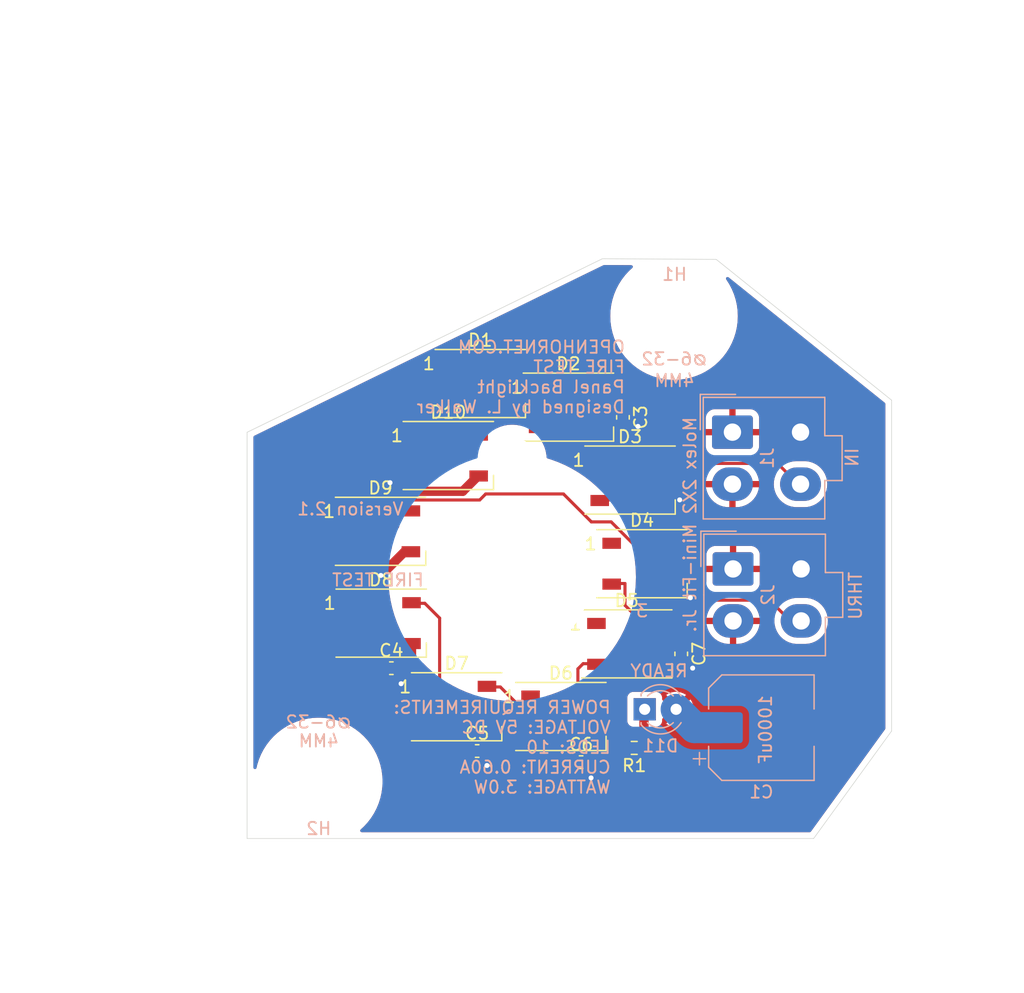
<source format=kicad_pcb>
(kicad_pcb (version 20211014) (generator pcbnew)
  (layers (0 "F.Cu" signal) (31 "B.Cu" signal) (34 "B.Paste" user) (35 "F.Paste" user) (36 "B.SilkS" user "B.Silkscreen") (37 "F.SilkS" user "F.Silkscreen") (38 "B.Mask" user) (39 "F.Mask" user) (44 "Edge.Cuts" user))
  (net 0 "")
  (net 1 "Net-(D1-Pad2)")
  (net 2 "Net-(D2-Pad2)")
  (net 3 "Net-(D3-Pad2)")
  (net 4 "Net-(D4-Pad2)")
  (net 5 "Net-(D5-Pad2)")
  (net 6 "Net-(D6-Pad2)")
  (net 7 "Net-(D7-Pad2)")
  (net 8 "Net-(D8-Pad2)")
  (net 9 "Net-(D10-Pad4)")
  (net 10 "/LEDGND")
  (net 11 "/LED+5V")
  (net 12 "Net-(D11-Pad1)")
  (net 13 "/DATAIN")
  (net 14 "/DATAOUT")
  (footprint "OH_Footprints:LED_WS2812B_PLCC4_5.0x5.0mm_P3.2mm" (layer "F.Cu") (at 131.967 85.5216)
    (fp_text reference "D1" (at 0 -3.5) (layer "F.SilkS"))
    (fp_text value "WS2812B")
    (fp_text user "1" (at -4.15 -1.6) (layer "F.SilkS"))
    (fp_line (start -3.65 2.75) (end 3.65 2.75) (layer "F.SilkS") (width 0.12))
    (fp_line (start 3.65 2.75) (end 3.65 1.6) (layer "F.SilkS") (width 0.12))
    (fp_line (start -3.65 -2.75) (end 3.65 -2.75) (layer "F.SilkS") (width 0.12))
    (pad "1" smd rect (at -2.45 -1.65) (size 1.5 0.9) (layers "F.Cu" "F.Paste" "F.Mask") (net 11 "/LED+5V"))
    (pad "2" smd rect (at -2.45 1.65) (size 1.5 0.9) (layers "F.Cu" "F.Paste" "F.Mask") (net 1 "Net-(D1-Pad2)"))
    (pad "3" smd rect (at 2.45 1.65) (size 1.5 0.9) (layers "F.Cu" "F.Paste" "F.Mask") (net 10 "/LEDGND"))
    (pad "4" smd rect (at 2.45 -1.65) (size 1.5 0.9) (layers "F.Cu" "F.Paste" "F.Mask") (net 13 "/DATAIN"))
  )
  (footprint "OH_Footprints:LED_WS2812B_PLCC4_5.0x5.0mm_P3.2mm" (layer "F.Cu") (at 139.09 87.4268)
    (fp_text reference "D2" (at 0 -3.5) (layer "F.SilkS"))
    (fp_text value "WS2812B")
    (fp_text user "1" (at -4.15 -1.6) (layer "F.SilkS"))
    (fp_line (start 3.65 2.75) (end 3.65 1.6) (layer "F.SilkS") (width 0.12))
    (fp_line (start -3.65 -2.75) (end 3.65 -2.75) (layer "F.SilkS") (width 0.12))
    (fp_line (start -3.65 2.75) (end 3.65 2.75) (layer "F.SilkS") (width 0.12))
    (pad "1" smd rect (at -2.45 -1.65) (size 1.5 0.9) (layers "F.Cu" "F.Paste" "F.Mask") (net 11 "/LED+5V"))
    (pad "2" smd rect (at -2.45 1.65) (size 1.5 0.9) (layers "F.Cu" "F.Paste" "F.Mask") (net 2 "Net-(D2-Pad2)"))
    (pad "3" smd rect (at 2.45 1.65) (size 1.5 0.9) (layers "F.Cu" "F.Paste" "F.Mask") (net 10 "/LEDGND"))
    (pad "4" smd rect (at 2.45 -1.65) (size 1.5 0.9) (layers "F.Cu" "F.Paste" "F.Mask") (net 1 "Net-(D1-Pad2)"))
  )
  (footprint "OH_Footprints:LED_WS2812B_PLCC4_5.0x5.0mm_P3.2mm" (layer "F.Cu") (at 144.069 93.3196)
    (fp_text reference "D3" (at 0 -3.5) (layer "F.SilkS"))
    (fp_text value "WS2812B")
    (fp_text user "1" (at -4.15 -1.6) (layer "F.SilkS"))
    (fp_line (start -3.65 2.75) (end 3.65 2.75) (layer "F.SilkS") (width 0.12))
    (fp_line (start 3.65 2.75) (end 3.65 1.6) (layer "F.SilkS") (width 0.12))
    (fp_line (start -3.65 -2.75) (end 3.65 -2.75) (layer "F.SilkS") (width 0.12))
    (pad "1" smd rect (at -2.45 -1.65) (size 1.5 0.9) (layers "F.Cu" "F.Paste" "F.Mask") (net 11 "/LED+5V"))
    (pad "2" smd rect (at -2.45 1.65) (size 1.5 0.9) (layers "F.Cu" "F.Paste" "F.Mask") (net 3 "Net-(D3-Pad2)"))
    (pad "3" smd rect (at 2.45 1.65) (size 1.5 0.9) (layers "F.Cu" "F.Paste" "F.Mask") (net 10 "/LEDGND"))
    (pad "4" smd rect (at 2.45 -1.65) (size 1.5 0.9) (layers "F.Cu" "F.Paste" "F.Mask") (net 2 "Net-(D2-Pad2)"))
  )
  (footprint "OH_Footprints:LED_WS2812B_PLCC4_5.0x5.0mm_P3.2mm" (layer "F.Cu") (at 145.034 100.076)
    (fp_text reference "D4" (at 0 -3.5) (layer "F.SilkS"))
    (fp_text value "WS2812B")
    (fp_text user "1" (at -4.15 -1.6) (layer "F.SilkS"))
    (fp_line (start -3.65 2.75) (end 3.65 2.75) (layer "F.SilkS") (width 0.12))
    (fp_line (start 3.65 2.75) (end 3.65 1.6) (layer "F.SilkS") (width 0.12))
    (fp_line (start -3.65 -2.75) (end 3.65 -2.75) (layer "F.SilkS") (width 0.12))
    (pad "1" smd rect (at -2.45 -1.65) (size 1.5 0.9) (layers "F.Cu" "F.Paste" "F.Mask") (net 11 "/LED+5V"))
    (pad "2" smd rect (at -2.45 1.65) (size 1.5 0.9) (layers "F.Cu" "F.Paste" "F.Mask") (net 4 "Net-(D4-Pad2)"))
    (pad "3" smd rect (at 2.45 1.65) (size 1.5 0.9) (layers "F.Cu" "F.Paste" "F.Mask") (net 10 "/LEDGND"))
    (pad "4" smd rect (at 2.45 -1.65) (size 1.5 0.9) (layers "F.Cu" "F.Paste" "F.Mask") (net 3 "Net-(D3-Pad2)"))
  )
  (footprint "OH_Footprints:LED_WS2812B_PLCC4_5.0x5.0mm_P3.2mm" (layer "F.Cu") (at 143.803 106.553)
    (fp_text reference "D5" (at 0 -3.5) (layer "F.SilkS"))
    (fp_text value "WS2812B")
    (fp_text user "1" (at -4.15 -1.6) (layer "F.SilkS"))
    (fp_line (start 3.65 2.75) (end 3.65 1.6) (layer "F.SilkS") (width 0.12))
    (fp_line (start -3.65 2.75) (end 3.65 2.75) (layer "F.SilkS") (width 0.12))
    (fp_line (start -3.65 -2.75) (end 3.65 -2.75) (layer "F.SilkS") (width 0.12))
    (pad "1" smd rect (at -2.45 -1.65) (size 1.5 0.9) (layers "F.Cu" "F.Paste" "F.Mask") (net 11 "/LED+5V"))
    (pad "2" smd rect (at -2.45 1.65) (size 1.5 0.9) (layers "F.Cu" "F.Paste" "F.Mask") (net 5 "Net-(D5-Pad2)"))
    (pad "3" smd rect (at 2.45 1.65) (size 1.5 0.9) (layers "F.Cu" "F.Paste" "F.Mask") (net 10 "/LEDGND"))
    (pad "4" smd rect (at 2.45 -1.65) (size 1.5 0.9) (layers "F.Cu" "F.Paste" "F.Mask") (net 4 "Net-(D4-Pad2)"))
  )
  (footprint "OH_Footprints:LED_WS2812B_PLCC4_5.0x5.0mm_P3.2mm" (layer "F.Cu") (at 138.481 112.42)
    (fp_text reference "D6" (at 0 -3.5) (layer "F.SilkS"))
    (fp_text value "WS2812B")
    (fp_text user "1" (at -4.15 -1.6) (layer "F.SilkS"))
    (fp_line (start -3.65 2.75) (end 3.65 2.75) (layer "F.SilkS") (width 0.12))
    (fp_line (start 3.65 2.75) (end 3.65 1.6) (layer "F.SilkS") (width 0.12))
    (fp_line (start -3.65 -2.75) (end 3.65 -2.75) (layer "F.SilkS") (width 0.12))
    (pad "1" smd rect (at -2.45 -1.65) (size 1.5 0.9) (layers "F.Cu" "F.Paste" "F.Mask") (net 11 "/LED+5V"))
    (pad "2" smd rect (at -2.45 1.65) (size 1.5 0.9) (layers "F.Cu" "F.Paste" "F.Mask") (net 6 "Net-(D6-Pad2)"))
    (pad "3" smd rect (at 2.45 1.65) (size 1.5 0.9) (layers "F.Cu" "F.Paste" "F.Mask") (net 10 "/LEDGND"))
    (pad "4" smd rect (at 2.45 -1.65) (size 1.5 0.9) (layers "F.Cu" "F.Paste" "F.Mask") (net 5 "Net-(D5-Pad2)"))
  )
  (footprint "OH_Footprints:LED_WS2812B_PLCC4_5.0x5.0mm_P3.2mm" (layer "F.Cu") (at 130.06 111.633)
    (fp_text reference "D7" (at 0 -3.5) (layer "F.SilkS"))
    (fp_text value "WS2812B")
    (fp_text user "1" (at -4.15 -1.6) (layer "F.SilkS"))
    (fp_line (start -3.65 -2.75) (end 3.65 -2.75) (layer "F.SilkS") (width 0.12))
    (fp_line (start -3.65 2.75) (end 3.65 2.75) (layer "F.SilkS") (width 0.12))
    (fp_line (start 3.65 2.75) (end 3.65 1.6) (layer "F.SilkS") (width 0.12))
    (pad "1" smd rect (at -2.45 -1.65) (size 1.5 0.9) (layers "F.Cu" "F.Paste" "F.Mask") (net 11 "/LED+5V"))
    (pad "2" smd rect (at -2.45 1.65) (size 1.5 0.9) (layers "F.Cu" "F.Paste" "F.Mask") (net 7 "Net-(D7-Pad2)"))
    (pad "3" smd rect (at 2.45 1.65) (size 1.5 0.9) (layers "F.Cu" "F.Paste" "F.Mask") (net 10 "/LEDGND"))
    (pad "4" smd rect (at 2.45 -1.65) (size 1.5 0.9) (layers "F.Cu" "F.Paste" "F.Mask") (net 6 "Net-(D6-Pad2)"))
  )
  (footprint "OH_Footprints:LED_WS2812B_PLCC4_5.0x5.0mm_P3.2mm" (layer "F.Cu") (at 123.964 104.876)
    (fp_text reference "D8" (at 0 -3.5) (layer "F.SilkS"))
    (fp_text value "WS2812B")
    (fp_text user "1" (at -4.15 -1.6) (layer "F.SilkS"))
    (fp_line (start -3.65 2.75) (end 3.65 2.75) (layer "F.SilkS") (width 0.12))
    (fp_line (start 3.65 2.75) (end 3.65 1.6) (layer "F.SilkS") (width 0.12))
    (fp_line (start -3.65 -2.75) (end 3.65 -2.75) (layer "F.SilkS") (width 0.12))
    (pad "1" smd rect (at -2.45 -1.65) (size 1.5 0.9) (layers "F.Cu" "F.Paste" "F.Mask") (net 11 "/LED+5V"))
    (pad "2" smd rect (at -2.45 1.65) (size 1.5 0.9) (layers "F.Cu" "F.Paste" "F.Mask") (net 8 "Net-(D8-Pad2)"))
    (pad "3" smd rect (at 2.45 1.65) (size 1.5 0.9) (layers "F.Cu" "F.Paste" "F.Mask") (net 10 "/LEDGND"))
    (pad "4" smd rect (at 2.45 -1.65) (size 1.5 0.9) (layers "F.Cu" "F.Paste" "F.Mask") (net 7 "Net-(D7-Pad2)"))
  )
  (footprint "OH_Footprints:LED_WS2812B_PLCC4_5.0x5.0mm_P3.2mm" (layer "F.Cu") (at 123.913 97.4596)
    (fp_text reference "D9" (at 0 -3.5) (layer "F.SilkS"))
    (fp_text value "WS2812B")
    (fp_text user "1" (at -4.15 -1.6) (layer "F.SilkS"))
    (fp_line (start 3.65 2.75) (end 3.65 1.6) (layer "F.SilkS") (width 0.12))
    (fp_line (start -3.65 -2.75) (end 3.65 -2.75) (layer "F.SilkS") (width 0.12))
    (fp_line (start -3.65 2.75) (end 3.65 2.75) (layer "F.SilkS") (width 0.12))
    (pad "1" smd rect (at -2.45 -1.65) (size 1.5 0.9) (layers "F.Cu" "F.Paste" "F.Mask") (net 11 "/LED+5V"))
    (pad "2" smd rect (at -2.45 1.65) (size 1.5 0.9) (layers "F.Cu" "F.Paste" "F.Mask") (net 9 "Net-(D10-Pad4)"))
    (pad "3" smd rect (at 2.45 1.65) (size 1.5 0.9) (layers "F.Cu" "F.Paste" "F.Mask") (net 10 "/LEDGND"))
    (pad "4" smd rect (at 2.45 -1.65) (size 1.5 0.9) (layers "F.Cu" "F.Paste" "F.Mask") (net 8 "Net-(D8-Pad2)"))
  )
  (footprint "OH_Footprints:LED_WS2812B_PLCC4_5.0x5.0mm_P3.2mm" (layer "F.Cu") (at 129.388 91.3384)
    (fp_text reference "D10" (at 0 -3.5) (layer "F.SilkS"))
    (fp_text value "WS2812B")
    (fp_text user "1" (at -4.15 -1.6) (layer "F.SilkS"))
    (fp_line (start 3.65 2.75) (end 3.65 1.6) (layer "F.SilkS") (width 0.12))
    (fp_line (start -3.65 -2.75) (end 3.65 -2.75) (layer "F.SilkS") (width 0.12))
    (fp_line (start -3.65 2.75) (end 3.65 2.75) (layer "F.SilkS") (width 0.12))
    (pad "1" smd rect (at -2.45 -1.65) (size 1.5 0.9) (layers "F.Cu" "F.Paste" "F.Mask") (net 11 "/LED+5V"))
    (pad "2" smd rect (at -2.45 1.65) (size 1.5 0.9) (layers "F.Cu" "F.Paste" "F.Mask") (net 14 "/DATAOUT"))
    (pad "3" smd rect (at 2.45 1.65) (size 1.5 0.9) (layers "F.Cu" "F.Paste" "F.Mask") (net 10 "/LEDGND"))
    (pad "4" smd rect (at 2.45 -1.65) (size 1.5 0.9) (layers "F.Cu" "F.Paste" "F.Mask") (net 9 "Net-(D10-Pad4)"))
  )
  (footprint "OH_Footprints:C_0603_1608Metric" (layer "F.Cu") (at 143.495 88.2522 -90)
    (fp_text reference "C3" (at 0 -1.43 -90) (layer "F.SilkS"))
    (fp_text value "C")
    (fp_line (start -0.14058 0.51) (end 0.14058 0.51) (layer "F.SilkS") (width 0.12))
    (fp_line (start -0.14058 -0.51) (end 0.14058 -0.51) (layer "F.SilkS") (width 0.12))
    (pad "1" smd roundrect (at -0.775 0 270) (size 0.9 0.95) (layers "F.Cu" "F.Paste" "F.Mask") (net 11 "/LED+5V"))
    (pad "2" smd roundrect (at 0.775 0 270) (size 0.9 0.95) (layers "F.Cu" "F.Paste" "F.Mask") (net 10 "/LEDGND"))
  )
  (footprint "OH_Footprints:C_0603_1608Metric" (layer "F.Cu") (at 124.785 108.519)
    (fp_text reference "C4" (at 0 -1.43) (layer "F.SilkS"))
    (fp_text value "C")
    (fp_line (start -0.14058 0.51) (end 0.14058 0.51) (layer "F.SilkS") (width 0.12))
    (fp_line (start -0.14058 -0.51) (end 0.14058 -0.51) (layer "F.SilkS") (width 0.12))
    (pad "1" smd roundrect (at -0.775 0) (size 0.9 0.95) (layers "F.Cu" "F.Paste" "F.Mask") (net 11 "/LED+5V"))
    (pad "2" smd roundrect (at 0.775 0) (size 0.9 0.95) (layers "F.Cu" "F.Paste" "F.Mask") (net 10 "/LEDGND"))
  )
  (footprint "OH_Footprints:C_0603_1608Metric" (layer "F.Cu") (at 131.717 115.209)
    (fp_text reference "C5" (at 0 -1.43) (layer "F.SilkS"))
    (fp_text value "C")
    (fp_line (start -0.14058 0.51) (end 0.14058 0.51) (layer "F.SilkS") (width 0.12))
    (fp_line (start -0.14058 -0.51) (end 0.14058 -0.51) (layer "F.SilkS") (width 0.12))
    (pad "1" smd roundrect (at -0.775 0) (size 0.9 0.95) (layers "F.Cu" "F.Paste" "F.Mask") (net 11 "/LED+5V"))
    (pad "2" smd roundrect (at 0.775 0) (size 0.9 0.95) (layers "F.Cu" "F.Paste" "F.Mask") (net 10 "/LEDGND"))
  )
  (footprint "OH_Footprints:C_0603_1608Metric" (layer "F.Cu") (at 140.114 116.108)
    (fp_text reference "C6" (at 0 -1.43) (layer "F.SilkS"))
    (fp_text value "C")
    (fp_line (start -0.14058 -0.51) (end 0.14058 -0.51) (layer "F.SilkS") (width 0.12))
    (fp_line (start -0.14058 0.51) (end 0.14058 0.51) (layer "F.SilkS") (width 0.12))
    (pad "1" smd roundrect (at -0.775 0) (size 0.9 0.95) (layers "F.Cu" "F.Paste" "F.Mask") (net 11 "/LED+5V"))
    (pad "2" smd roundrect (at 0.775 0) (size 0.9 0.95) (layers "F.Cu" "F.Paste" "F.Mask") (net 10 "/LEDGND"))
  )
  (footprint "OH_Footprints:C_0603_1608Metric" (layer "F.Cu") (at 148.204 107.361 -90)
    (fp_text reference "C7" (at 0 -1.43 -90) (layer "F.SilkS"))
    (fp_text value "C")
    (fp_line (start -0.14058 0.51) (end 0.14058 0.51) (layer "F.SilkS") (width 0.12))
    (fp_line (start -0.14058 -0.51) (end 0.14058 -0.51) (layer "F.SilkS") (width 0.12))
    (pad "1" smd roundrect (at -0.775 0 270) (size 0.9 0.95) (layers "F.Cu" "F.Paste" "F.Mask") (net 11 "/LED+5V"))
    (pad "2" smd roundrect (at 0.775 0 270) (size 0.9 0.95) (layers "F.Cu" "F.Paste" "F.Mask") (net 10 "/LEDGND"))
  )
  (footprint "OH_Footprints:R_0603_1608Metric" (layer "F.Cu") (at 144.407 114.958 180)
    (fp_text reference "R1" (at 0 -1.43 180) (layer "F.SilkS"))
    (fp_text value "R")
    (fp_line (start -0.237258 -0.5225) (end 0.237258 -0.5225) (layer "F.SilkS") (width 0.12))
    (fp_line (start -0.237258 0.5225) (end 0.237258 0.5225) (layer "F.SilkS") (width 0.12))
    (pad "1" smd roundrect (at -0.825 0 180) (size 0.8 0.95) (layers "F.Cu" "F.Paste" "F.Mask") (net 12 "Net-(D11-Pad1)"))
    (pad "2" smd roundrect (at 0.825 0 180) (size 0.8 0.95) (layers "F.Cu" "F.Paste" "F.Mask") (net 10 "/LEDGND"))
  )
  (footprint "OH_Backlighting:100SPX_Toggle_13mm_x_18mm" (layer "F.Cu") (at 134.542711 101.156493 180)
    (fp_text reference "1" hide)
    (fp_text value "100SPX_Toggle_13mm_x_18mm" hide)
    (pad "" np_thru_hole circle locked (at 0 0 180) (size 12.7 12.7) (drill 12.7) (layers *.Mask "F.Cu") (clearance 1))
    (pad "" np_thru_hole circle locked (at 0 9.525 180) (size 3.572 3.572) (drill 3.572) (layers *.Cu *.Mask) (clearance 1))
    (pad "" np_thru_hole circle locked (at 0 0 180) (size 12.7 12.7) (drill 12.7) (layers *.Mask "B.Cu") (clearance 3.65))
  )
  (footprint "OH_Backlighting:OH_Panel_6-32_PHS" (layer "F.Cu") (at 147.623711 80.074493)
    (fp_text reference "2" hide)
    (fp_text value "OH_Panel_Fastner_Keepout" hide)
    (fp_text user "⌀6-32" (at 0.039189 3.461027) (layer "B.SilkS") (effects (justify mirror)))
    (fp_text user "H1" (at 0.039189 -3.371573) (layer "B.SilkS") (effects (justify mirror)))
    (fp_text user "4MM" (at 0.039189 5.211087 180) (layer "B.SilkS") (effects (justify mirror)))
    (pad "" np_thru_hole circle locked (at 0 0) (size 4.3 4.3) (drill 4.3) (layers *.Cu *.Mask) (clearance 3))
  )
  (footprint "OH_Backlighting:OH_Panel_6-32_PHS" (layer "F.Cu") (at 118.921711 117.666493)
    (fp_text reference "3" hide)
    (fp_text value "OH_Panel_Fastner_Keepout" hide)
    (fp_text user "H2" (at 0 3.81) (layer "B.SilkS") (effects (justify mirror)))
    (fp_text user "⌀6-32" (at 0 -4.8) (layer "B.SilkS") (effects (justify mirror)))
    (fp_text user "4MM" (at 0 -3.275 180) (layer "B.SilkS") (effects (justify mirror)))
    (pad "" np_thru_hole circle locked (at 0 0) (size 4.3 4.3) (drill 4.3) (layers *.Cu *.Mask) (clearance 3))
  )
  (footprint "OH_Footprints:CP_Elec_8x10" (layer "B.Cu") (at 154.677 113.322)
    (fp_text reference "C1" (at 0 5.2 180) (layer "B.SilkS") (effects (justify mirror)))
    (fp_text value "C_Polarized")
    (fp_line (start -5 3.01) (end -5 2.01) (layer "B.SilkS") (width 0.12))
    (fp_line (start -4.26 3.195563) (end -3.195563 4.26) (layer "B.SilkS") (width 0.12))
    (fp_line (start 4.26 -4.26) (end 4.26 -1.51) (layer "B.SilkS") (width 0.12))
    (fp_line (start -5.5 2.51) (end -4.5 2.51) (layer "B.SilkS") (width 0.12))
    (fp_line (start -4.26 -3.195563) (end -3.195563 -4.26) (layer "B.SilkS") (width 0.12))
    (fp_line (start 4.26 4.26) (end 4.26 1.51) (layer "B.SilkS") (width 0.12))
    (fp_line (start -3.195563 4.26) (end 4.26 4.26) (layer "B.SilkS") (width 0.12))
    (fp_line (start -4.26 3.195563) (end -4.26 1.51) (layer "B.SilkS") (width 0.12))
    (fp_line (start -4.26 -3.195563) (end -4.26 -1.51) (layer "B.SilkS") (width 0.12))
    (fp_line (start -3.195563 -4.26) (end 4.26 -4.26) (layer "B.SilkS") (width 0.12))
    (pad "1" smd roundrect (at -3.25 0) (size 3.5 2.5) (layers "B.Cu" "B.Paste" "B.Mask") (roundrect_rratio 0.1) (net 11 "/LED+5V"))
    (pad "2" smd roundrect (at 3.25 0) (size 3.5 2.5) (layers "B.Cu" "B.Paste" "B.Mask") (roundrect_rratio 0.1) (net 10 "/LEDGND"))
  )
  (footprint "OH_Footprints:Molex_Mini-Fit_Jr_5566-04A_2x02_P4.20mm_Vertical" (layer "B.Cu") (at 152.341 89.4486 -90)
    (fp_text reference "J1" (at 2.1 -2.820624 90) (layer "B.SilkS") (effects (justify mirror)))
    (fp_text value "Conn_01x04_Female")
    (fp_line (start 7.01 2.36) (end 7.01 -7.46) (layer "B.SilkS") (width 0.12))
    (fp_line (start 2.1 2.36) (end 7.01 2.36) (layer "B.SilkS") (width 0.12))
    (fp_line (start -3.05 2.6) (end -3.05 -0.25) (layer "B.SilkS") (width 0.12))
    (fp_line (start 3.91 -8.86) (end 2.1 -8.86) (layer "B.SilkS") (width 0.12))
    (fp_line (start -2.81 -7.46) (end 0.29 -7.46) (layer "B.SilkS") (width 0.12))
    (fp_line (start 7.01 -7.46) (end 3.91 -7.46) (layer "B.SilkS") (width 0.12))
    (fp_line (start -0.2 2.6) (end -3.05 2.6) (layer "B.SilkS") (width 0.12))
    (fp_line (start 0.29 -8.86) (end 2.1 -8.86) (layer "B.SilkS") (width 0.12))
    (fp_line (start -2.81 2.36) (end -2.81 -7.46) (layer "B.SilkS") (width 0.12))
    (fp_line (start 0.29 -7.46) (end 0.29 -8.86) (layer "B.SilkS") (width 0.12))
    (fp_line (start 3.91 -7.46) (end 3.91 -8.86) (layer "B.SilkS") (width 0.12))
    (fp_line (start 2.1 2.36) (end -2.81 2.36) (layer "B.SilkS") (width 0.12))
    (pad "1" thru_hole roundrect (at 0 0 270) (size 2.7 3.3) (drill 1.4) (layers *.Cu *.Mask) (roundrect_rratio 0.09259296296) (net 11 "/LED+5V"))
    (pad "2" thru_hole oval (at 4.2 0 270) (size 2.7 3.3) (drill 1.4) (layers *.Cu *.Mask) (net 11 "/LED+5V"))
    (pad "3" thru_hole oval (at 0 -5.5 270) (size 2.7 3.3) (drill 1.4) (layers *.Cu *.Mask) (net 10 "/LEDGND"))
    (pad "4" thru_hole oval (at 4.2 -5.5 270) (size 2.7 3.3) (drill 1.4) (layers *.Cu *.Mask) (net 13 "/DATAIN"))
  )
  (footprint "OH_Footprints:Molex_Mini-Fit_Jr_5566-04A_2x02_P4.20mm_Vertical" (layer "B.Cu") (at 152.391 100.498 -90)
    (fp_text reference "J2" (at 2.1 -2.820624 90) (layer "B.SilkS") (effects (justify mirror)))
    (fp_text value "Conn_01x04_Female")
    (fp_line (start -3.05 2.6) (end -3.05 -0.25) (layer "B.SilkS") (width 0.12))
    (fp_line (start 0.29 -7.46) (end 0.29 -8.86) (layer "B.SilkS") (width 0.12))
    (fp_line (start -2.81 2.36) (end -2.81 -7.46) (layer "B.SilkS") (width 0.12))
    (fp_line (start 3.91 -7.46) (end 3.91 -8.86) (layer "B.SilkS") (width 0.12))
    (fp_line (start 3.91 -8.86) (end 2.1 -8.86) (layer "B.SilkS") (width 0.12))
    (fp_line (start 7.01 -7.46) (end 3.91 -7.46) (layer "B.SilkS") (width 0.12))
    (fp_line (start -2.81 -7.46) (end 0.29 -7.46) (layer "B.SilkS") (width 0.12))
    (fp_line (start 2.1 2.36) (end 7.01 2.36) (layer "B.SilkS") (width 0.12))
    (fp_line (start 7.01 2.36) (end 7.01 -7.46) (layer "B.SilkS") (width 0.12))
    (fp_line (start -0.2 2.6) (end -3.05 2.6) (layer "B.SilkS") (width 0.12))
    (fp_line (start 0.29 -8.86) (end 2.1 -8.86) (layer "B.SilkS") (width 0.12))
    (fp_line (start 2.1 2.36) (end -2.81 2.36) (layer "B.SilkS") (width 0.12))
    (pad "1" thru_hole roundrect (at 0 0 270) (size 2.7 3.3) (drill 1.4) (layers *.Cu *.Mask) (roundrect_rratio 0.09259296296) (net 11 "/LED+5V"))
    (pad "2" thru_hole oval (at 4.2 0 270) (size 2.7 3.3) (drill 1.4) (layers *.Cu *.Mask) (net 11 "/LED+5V"))
    (pad "3" thru_hole oval (at 0 -5.5 270) (size 2.7 3.3) (drill 1.4) (layers *.Cu *.Mask) (net 10 "/LEDGND"))
    (pad "4" thru_hole oval (at 4.2 -5.5 270) (size 2.7 3.3) (drill 1.4) (layers *.Cu *.Mask) (net 14 "/DATAOUT"))
  )
  (footprint "OH_Footprints:LED_D3.0mm" (layer "B.Cu") (at 145.25 111.839)
    (fp_text reference "D11" (at 1.27 2.96 180) (layer "B.SilkS") (effects (justify mirror)))
    (fp_text value "LED")
    (fp_line (start -0.29 1.236) (end -0.29 1.08) (layer "B.SilkS") (width 0.12))
    (fp_line (start -0.29 -1.08) (end -0.29 -1.236) (layer "B.SilkS") (width 0.12))
    (fp_arc (start 0.229039 -1.08) (mid 1.270117 -1.5) (end 2.31113 -1.079837) (layer "B.SilkS") (width 0.12))
    (fp_arc (start 2.31113 1.079837) (mid 1.270117 1.5) (end 0.229039 1.08) (layer "B.SilkS") (width 0.12))
    (fp_arc (start 2.942335 1.078608) (mid 1.366487 1.987659) (end -0.29 1.235516) (layer "B.SilkS") (width 0.12))
    (fp_arc (start -0.29 -1.235516) (mid 1.366487 -1.987659) (end 2.942335 -1.078608) (layer "B.SilkS") (width 0.12))
    (pad "1" thru_hole rect (at 0 0) (size 1.8 1.8) (drill 0.9) (layers *.Cu *.Mask) (net 12 "Net-(D11-Pad1)"))
    (pad "2" thru_hole circle (at 2.54 0) (size 1.8 1.8) (drill 0.9) (layers *.Cu *.Mask) (net 11 "/LED+5V"))
  )
  (gr_line (start 151.0284 75.4888) (end 165.2016 86.868) (layer "Edge.Cuts") (width 0.05))
  (gr_line (start 113.1316 122.2756) (end 113.1316 89.4588) (layer "Edge.Cuts") (width 0.05))
  (gr_line (start 165.2016 113.5888) (end 165.2016 86.868) (layer "Edge.Cuts") (width 0.05))
  (gr_line (start 113.1316 89.4588) (end 141.8336 75.438) (layer "Edge.Cuts") (width 0.05))
  (gr_line (start 141.8336 75.438) (end 151.0284 75.4888) (layer "Edge.Cuts") (width 0.05))
  (gr_line (start 158.9024 122.2756) (end 113.1316 122.2756) (layer "Edge.Cuts") (width 0.05))
  (gr_line (start 158.9024 122.2756) (end 165.2016 113.5888) (layer "Edge.Cuts") (width 0.05))
  (gr_text "Version 2.1" (at 121.4628 95.6564) (layer "B.SilkS") (effects (font (size 1 1)) (justify mirror)))
  (gr_text "READY" (at 146.41068 108.7374) (layer "B.SilkS") (effects (font (size 1 1)) (justify mirror)))
  (gr_text "1000uF" (at 155.01112 113.48466 90) (layer "B.SilkS") (effects (font (size 1 1)) (justify mirror)))
  (gr_text "Molex 2X2 Mini-Fit Jr." (at 148.91004 96.91624 90) (layer "B.SilkS") (effects (font (size 1 1)) (justify mirror)))
  (gr_text "3" (at 145.034 103.886) (layer "B.SilkS") (effects (font (size 1 1)) (justify mirror)))
  (gr_text "POWER REQUIREMENTS:\nVOLTAGE: 5V DC\nLEDS: 10\nCURRENT: 0.60A\nWATTAGE: 3.0W" (at 142.5956 114.9096) (layer "B.SilkS") (effects (font (size 1 1)) (justify left mirror)))
  (gr_text "IN" (at 162.00374 91.48064 90) (layer "B.SilkS") (effects (font (size 1 1)) (justify mirror)))
  (gr_text "THRU" (at 162.2806 102.66934 90) (layer "B.SilkS") (effects (font (size 1 1)) (justify mirror)))
  (gr_text "OPENHORNET.COM\nFIRE TEST\nPanel Backlight\nDesigned by L. Walker" (at 143.74368 84.99602) (layer "B.SilkS") (effects (font (size 1 1)) (justify left mirror)))
  (gr_text "FIRE TEST" (at 123.698 101.3968) (layer "B.SilkS") (effects (font (size 1 1)) (justify mirror)))
  (segment (start 138.809799 83.096599) (end 141.54 85.8268) (width 0.25) (layer "F.Cu") (net 1))
  (segment (start 129.517 87.1216) (end 129.517 86.3716) (width 0.25) (layer "F.Cu") (net 1))
  (segment (start 129.517 86.3716) (end 132.792001 83.096599) (width 0.25) (layer "F.Cu") (net 1))
  (segment (start 132.792001 83.096599) (end 138.809799 83.096599) (width 0.25) (layer "F.Cu") (net 1))
  (segment (start 136.64 89.0268) (end 137.7153 89.0268) (width 0.25) (layer "F.Cu") (net 2))
  (segment (start 146.519 91.7196) (end 145.4437 91.7196) (width 0.25) (layer "F.Cu") (net 2))
  (segment (start 137.7153 89.0268) (end 139.5828 90.8943) (width 0.25) (layer "F.Cu") (net 2))
  (segment (start 144.6184 90.8943) (end 145.4437 91.7196) (width 0.25) (layer "F.Cu") (net 2))
  (segment (start 139.5828 90.8943) (end 144.6184 90.8943) (width 0.25) (layer "F.Cu") (net 2))
  (segment (start 141.619 94.9196) (end 142.6943 94.9196) (width 0.25) (layer "F.Cu") (net 3))
  (segment (start 142.6943 94.9196) (end 146.2507 98.476) (width 0.25) (layer "F.Cu") (net 3))
  (segment (start 146.2507 98.476) (end 147.484 98.476) (width 0.25) (layer "F.Cu") (net 3))
  (segment (start 142.584 101.676) (end 143.6593 101.676) (width 0.25) (layer "F.Cu") (net 4))
  (segment (start 143.6593 101.676) (end 143.6593 103.4346) (width 0.25) (layer "F.Cu") (net 4))
  (segment (start 146.253 104.953) (end 145.1777 104.953) (width 0.25) (layer "F.Cu") (net 4))
  (segment (start 143.6593 103.4346) (end 145.1777 104.953) (width 0.25) (layer "F.Cu") (net 4))
  (segment (start 141.353 108.153) (end 140.2777 108.153) (width 0.25) (layer "F.Cu") (net 5))
  (segment (start 140.2777 108.153) (end 139.8557 108.575) (width 0.25) (layer "F.Cu") (net 5))
  (segment (start 140.931 110.82) (end 139.8557 110.82) (width 0.25) (layer "F.Cu") (net 5))
  (segment (start 139.8557 108.575) (end 139.8557 110.82) (width 0.25) (layer "F.Cu") (net 5))
  (segment (start 132.51 110.033) (end 133.5853 110.033) (width 0.25) (layer "F.Cu") (net 6))
  (segment (start 134.9557 111.6783) (end 134.9557 111.4034) (width 0.25) (layer "F.Cu") (net 6))
  (segment (start 134.9557 111.4034) (end 133.5853 110.033) (width 0.25) (layer "F.Cu") (net 6))
  (segment (start 136.031 112.7536) (end 134.9557 111.6783) (width 0.25) (layer "F.Cu") (net 6))
  (segment (start 136.031 114.02) (end 136.031 112.7536) (width 0.25) (layer "F.Cu") (net 6))
  (segment (start 127.61 112.039) (end 128.6853 110.9637) (width 0.25) (layer "F.Cu") (net 7))
  (segment (start 128.6853 110.9637) (end 128.6853 104.472) (width 0.25) (layer "F.Cu") (net 7))
  (segment (start 126.414 103.276) (end 127.4893 103.276) (width 0.25) (layer "F.Cu") (net 7))
  (segment (start 127.61 113.233) (end 127.61 112.039) (width 0.25) (layer "F.Cu") (net 7))
  (segment (start 128.6853 104.472) (end 127.4893 103.276) (width 0.25) (layer "F.Cu") (net 7))
  (segment (start 121.514 106.476) (end 121.514 106.3156) (width 0.25) (layer "F.Cu") (net 8))
  (segment (start 120.4387 105.2403) (end 120.4387 101.9338) (width 0.25) (layer "F.Cu") (net 8))
  (segment (start 125.2877 97.0848) (end 125.2877 95.8596) (width 0.25) (layer "F.Cu") (net 8))
  (segment (start 120.4387 101.9338) (end 125.2877 97.0848) (width 0.25) (layer "F.Cu") (net 8))
  (segment (start 126.363 95.8596) (end 125.2877 95.8596) (width 0.25) (layer "F.Cu") (net 8))
  (segment (start 121.514 106.3156) (end 120.4387 105.2403) (width 0.25) (layer "F.Cu") (net 8))
  (segment (start 122.5383 93.9794) (end 125.954 90.5637) (width 0.25) (layer "F.Cu") (net 9))
  (segment (start 129.9374 90.5637) (end 130.7627 89.7384) (width 0.25) (layer "F.Cu") (net 9))
  (segment (start 122.5383 97.7733) (end 122.5383 93.9794) (width 0.25) (layer "F.Cu") (net 9))
  (segment (start 121.463 99.0596) (end 121.463 98.8486) (width 0.25) (layer "F.Cu") (net 9))
  (segment (start 121.463 98.8486) (end 122.5383 97.7733) (width 0.25) (layer "F.Cu") (net 9))
  (segment (start 131.838 89.7384) (end 130.7627 89.7384) (width 0.25) (layer "F.Cu") (net 9))
  (segment (start 125.954 90.5637) (end 129.9374 90.5637) (width 0.25) (layer "F.Cu") (net 9))
  (segment (start 148.94306 102.82682) (end 148.94306 102.82682) (width 0.75) (layer "F.Cu") (net 10))
  (segment (start 148.204 108.148) (end 148.76 108.148) (width 0.75) (layer "F.Cu") (net 10))
  (segment (start 134.417 87.1216) (end 136.88782 87.1216) (width 0.75) (layer "F.Cu") (net 10))
  (segment (start 132.51 115.204) (end 132.507 115.2065) (width 0.75) (layer "F.Cu") (net 10))
  (segment (start 148.2015 108.1505) (end 148.204 108.148) (width 0.75) (layer "F.Cu") (net 10))
  (segment (start 146.253 108.153) (end 148.199 108.153) (width 0.75) (layer "F.Cu") (net 10))
  (segment (start 148.76 108.148) (end 149.126 108.514) (width 0.75) (layer "F.Cu") (net 10))
  (segment (start 148.2015 108.1505) (end 148.202 108.1505) (width 0.25) (layer "F.Cu") (net 10))
  (segment (start 140.919 117.381) (end 140.901 117.363) (width 0.75) (layer "F.Cu") (net 10))
  (segment (start 125.9935 108.0985) (end 125.573 108.519) (width 0.75) (layer "F.Cu") (net 10))
  (segment (start 147.79224 101.676) (end 148.94306 102.82682) (width 0.75) (layer "F.Cu") (net 10))
  (segment (start 132.507 115.2065) (end 132.504 115.209) (width 0.75) (layer "F.Cu") (net 10))
  (segment (start 131.838 92.9384) (end 130.55 94.2264) (width 0.75) (layer "F.Cu") (net 10))
  (segment (start 143.4821 89.0268) (end 143.495 89.0397) (width 0.25) (layer "F.Cu") (net 10))
  (segment (start 125.372 94.2264) (end 124.676 93.5304) (width 0.75) (layer "F.Cu") (net 10))
  (segment (start 143.619 114.958) (end 143.6195 114.958) (width 0.25) (layer "F.Cu") (net 10))
  (segment (start 126.414 107.678) (end 125.9935 108.0985) (width 0.75) (layer "F.Cu") (net 10))
  (segment (start 143.4821 89.0268) (end 143.546 89.0268) (width 0.75) (layer "F.Cu") (net 10))
  (segment (start 132.507 116.378) (end 132.504 116.375) (width 0.75) (layer "F.Cu") (net 10))
  (segment (start 140.916 116.0935) (end 140.9015 116.108) (width 0.25) (layer "F.Cu") (net 10))
  (segment (start 125.993 108.0985) (end 125.5725 108.519) (width 0.25) (layer "F.Cu") (net 10))
  (segment (start 143.546 89.0268) (end 143.589 88.9838) (width 0.75) (layer "F.Cu") (net 10))
  (segment (start 146.519 94.9196) (end 148.077 94.9196) (width 0.75) (layer "F.Cu") (net 10))
  (segment (start 140.916 116.0935) (end 140.901 116.108) (width 0.75) (layer "F.Cu") (net 10))
  (segment (start 126.414 106.476) (end 126.414 107.678) (width 0.75) (layer "F.Cu") (net 10))
  (segment (start 125.903 99.0596) (end 123.937 101.026) (width 0.75) (layer "F.Cu") (net 10))
  (segment (start 130.55 94.2264) (end 125.372 94.2264) (width 0.75) (layer "F.Cu") (net 10))
  (segment (start 148.199 108.153) (end 148.2015 108.1505) (width 0.75) (layer "F.Cu") (net 10))
  (segment (start 138.79302 89.0268) (end 141.54 89.0268) (width 0.75) (layer "F.Cu") (net 10))
  (segment (start 132.504 115.209) (end 132.507 116.378) (width 0.75) (layer "F.Cu") (net 10))
  (segment (start 147.484 101.676) (end 147.79224 101.676) (width 0.75) (layer "F.Cu") (net 10))
  (segment (start 126.363 99.0596) (end 125.903 99.0596) (width 0.75) (layer "F.Cu") (net 10))
  (segment (start 132.507 115.2065) (end 132.5045 115.209) (width 0.25) (layer "F.Cu") (net 10))
  (segment (start 148.202 108.1505) (end 148.204 108.1485) (width 0.25) (layer "F.Cu") (net 10))
  (segment (start 141.052 114.958) (end 140.931 115.079) (width 0.75) (layer "F.Cu") (net 10))
  (segment (start 125.573 108.519) (end 125.573 109.771) (width 0.75) (layer "F.Cu") (net 10))
  (segment (start 143.589 88.9838) (end 144.709 88.9838) (width 0.75) (layer "F.Cu") (net 10))
  (segment (start 125.9935 108.0985) (end 125.993 108.0985) (width 0.25) (layer "F.Cu") (net 10))
  (segment (start 140.931 115.079) (end 140.931 116.079) (width 0.75) (layer "F.Cu") (net 10))
  (segment (start 140.931 116.079) (end 140.916 116.0935) (width 0.75) (layer "F.Cu") (net 10))
  (segment (start 143.619 114.958) (end 141.052 114.958) (width 0.75) (layer "F.Cu") (net 10))
  (segment (start 140.901 116.108) (end 140.919 117.381) (width 0.75) (layer "F.Cu") (net 10))
  (segment (start 140.931 114.02) (end 140.931 115.079) (width 0.75) (layer "F.Cu") (net 10))
  (segment (start 136.88782 87.1216) (end 138.79302 89.0268) (width 0.75) (layer "F.Cu") (net 10))
  (segment (start 141.54 89.0268) (end 143.4821 89.0268) (width 0.75) (layer "F.Cu") (net 10))
  (segment (start 132.51 113.233) (end 132.51 115.204) (width 0.75) (layer "F.Cu") (net 10))
  (via (at 132.507 116.378) (size 0.8) (drill 0.4) (layers "F.Cu" "B.Cu") (net 10))
  (via (at 123.937 101.026) (size 0.8) (drill 0.4) (layers "F.Cu" "B.Cu") (net 10))
  (via (at 144.709 88.9838) (size 0.8) (drill 0.4) (layers "F.Cu" "B.Cu") (net 10))
  (via (at 149.126 108.514) (size 0.8) (drill 0.4) (layers "F.Cu" "B.Cu") (net 10))
  (via (at 148.077 94.9196) (size 0.8) (drill 0.4) (layers "F.Cu" "B.Cu") (net 10))
  (via (at 148.94306 102.82682) (size 0.8) (drill 0.4) (layers "F.Cu" "B.Cu") (net 10))
  (via (at 140.919 117.381) (size 0.8) (drill 0.4) (layers "F.Cu" "B.Cu") (net 10))
  (via (at 125.573 109.771) (size 0.8) (drill 0.4) (layers "F.Cu" "B.Cu") (net 10))
  (via (at 124.676 93.5304) (size 0.8) (drill 0.4) (layers "F.Cu" "B.Cu") (net 10))
  (segment (start 149.273 113.322) (end 147.79 111.839) (width 2.5) (layer "B.Cu") (net 11))
  (segment (start 151.427 113.322) (end 149.273 113.322) (width 2.5) (layer "B.Cu") (net 11))
  (segment (start 145.194 114.958) (end 145.194 113.4265) (width 0.75) (layer "F.Cu") (net 12))
  (segment (start 145.194 113.4265) (end 145.1945 113.427) (width 0.25) (layer "F.Cu") (net 12))
  (segment (start 145.194 113.4265) (end 145.194 111.895) (width 0.75) (layer "F.Cu") (net 12))
  (segment (start 145.194 111.895) (end 145.25 111.839) (width 0.75) (layer "F.Cu") (net 12))
  (segment (start 145.1945 113.427) (end 145.1945 114.958) (width 0.25) (layer "F.Cu") (net 12))
  (segment (start 136.4719 83.9216) (end 140.7122 88.1619) (width 0.25) (layer "F.Cu") (net 13))
  (segment (start 142.6293 88.1619) (end 142.7195 88.2521) (width 0.25) (layer "F.Cu") (net 13))
  (segment (start 146.1826 88.2521) (end 149.9038 91.9733) (width 0.25) (layer "F.Cu") (net 13))
  (segment (start 149.9038 91.9733) (end 155.9813 91.9733) (width 0.25) (layer "F.Cu") (net 13))
  (segment (start 140.7122 88.1619) (end 142.6293 88.1619) (width 0.25) (layer "F.Cu") (net 13))
  (segment (start 157.841 93.6486) (end 157.6566 93.6486) (width 0.25) (layer "F.Cu") (net 13))
  (segment (start 142.7195 88.2521) (end 146.1826 88.2521) (width 0.25) (layer "F.Cu") (net 13))
  (segment (start 157.6566 93.6486) (end 155.9813 91.9733) (width 0.25) (layer "F.Cu") (net 13))
  (segment (start 134.417 83.9216) (end 136.4719 83.9216) (width 0.25) (layer "F.Cu") (net 13))
  (segment (start 126.938 92.9384) (end 125.8627 92.9384) (width 0.25) (layer "F.Cu") (net 14))
  (segment (start 132.4076 94.4409) (end 138.6876 94.4409) (width 0.25) (layer "F.Cu") (net 14))
  (segment (start 150.5514 103.0227) (end 155.3467 103.0227) (width 0.25) (layer "F.Cu") (net 14))
  (segment (start 131.9205 94.928) (end 132.4076 94.4409) (width 0.25) (layer "F.Cu") (net 14))
  (segment (start 125.8627 92.9384) (end 125.7252 92.8009) (width 0.25) (layer "F.Cu") (net 14))
  (segment (start 157.891 104.698) (end 157.022 104.698) (width 0.25) (layer "F.Cu") (net 14))
  (segment (start 125.7252 92.8009) (end 124.3667 92.8009) (width 0.25) (layer "F.Cu") (net 14))
  (segment (start 142.5429 96.6978) (end 145.8252 99.9801) (width 0.25) (layer "F.Cu") (net 14))
  (segment (start 124.3667 92.8009) (end 123.9477 93.2199) (width 0.25) (layer "F.Cu") (net 14))
  (segment (start 123.9477 93.8288) (end 125.0469 94.928) (width 0.25) (layer "F.Cu") (net 14))
  (segment (start 145.8252 99.9801) (end 147.5088 99.9801) (width 0.25) (layer "F.Cu") (net 14))
  (segment (start 138.6876 94.4409) (end 140.9445 96.6978) (width 0.25) (layer "F.Cu") (net 14))
  (segment (start 125.0469 94.928) (end 131.9205 94.928) (width 0.25) (layer "F.Cu") (net 14))
  (segment (start 157.022 104.698) (end 155.3467 103.0227) (width 0.25) (layer "F.Cu") (net 14))
  (segment (start 140.9445 96.6978) (end 142.5429 96.6978) (width 0.25) (layer "F.Cu") (net 14))
  (segment (start 147.5088 99.9801) (end 150.5514 103.0227) (width 0.25) (layer "F.Cu") (net 14))
  (segment (start 123.9477 93.2199) (end 123.9477 93.8288) (width 0.25) (layer "F.Cu") (net 14))
  (zone (net 11) (net_name "/LED+5V") (layer "F.Cu") (connect_pads (clearance 0.508)) (min_thickness 0.254) (fill yes (thermal_gap 0.508) (thermal_bridge_width 0.508))
    (polygon (pts (xy 170.36542 125.95098) (xy 110.05058 125.0188) (xy 110.79734 98.07702) (xy 110.42396 74.58456) (xy 171.0182 72.34682)))
  )
  (zone (net 10) (net_name "/LEDGND") (layer "B.Cu") (connect_pads yes (clearance 0.508)) (min_thickness 0.254) (fill yes (thermal_gap 0.508) (thermal_bridge_width 0.508))
    (polygon (pts (xy 167.75684 124.7394) (xy 110.79734 125.20422) (xy 111.35614 75.79614) (xy 167.94226 73.93178)))
  )
)
</source>
